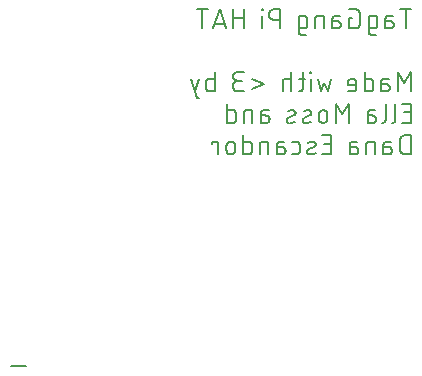
<source format=gbr>
G04 EAGLE Gerber RS-274X export*
G75*
%MOIN*%
%FSLAX34Y34*%
%LPD*%
%INSilkscreen Bottom*%
%IPPOS*%
%AMOC8*
5,1,8,0,0,1.08239X$1,22.5*%
G01*
%ADD10C,0.006000*%
%ADD11C,0.008000*%


D10*
X20492Y13880D02*
X20492Y14520D01*
X20670Y14520D02*
X20314Y14520D01*
X19980Y14129D02*
X19820Y14129D01*
X19980Y14128D02*
X20000Y14126D01*
X20020Y14121D01*
X20039Y14113D01*
X20056Y14102D01*
X20071Y14088D01*
X20084Y14072D01*
X20094Y14054D01*
X20100Y14034D01*
X20104Y14014D01*
X20104Y13994D01*
X20100Y13974D01*
X20094Y13954D01*
X20084Y13936D01*
X20071Y13920D01*
X20056Y13906D01*
X20039Y13895D01*
X20020Y13887D01*
X20000Y13882D01*
X19980Y13880D01*
X19820Y13880D01*
X19820Y14200D01*
X19819Y14200D02*
X19821Y14219D01*
X19825Y14237D01*
X19833Y14254D01*
X19844Y14269D01*
X19857Y14282D01*
X19873Y14293D01*
X19889Y14301D01*
X19907Y14305D01*
X19926Y14307D01*
X20068Y14307D01*
X19443Y13880D02*
X19266Y13880D01*
X19443Y13880D02*
X19462Y13882D01*
X19480Y13886D01*
X19497Y13894D01*
X19512Y13905D01*
X19525Y13918D01*
X19536Y13934D01*
X19544Y13950D01*
X19548Y13968D01*
X19550Y13987D01*
X19550Y14200D01*
X19548Y14219D01*
X19544Y14237D01*
X19536Y14254D01*
X19525Y14269D01*
X19512Y14282D01*
X19497Y14293D01*
X19480Y14301D01*
X19462Y14305D01*
X19443Y14307D01*
X19266Y14307D01*
X19266Y13773D01*
X19265Y13773D02*
X19267Y13754D01*
X19271Y13736D01*
X19279Y13720D01*
X19290Y13704D01*
X19303Y13691D01*
X19319Y13680D01*
X19335Y13672D01*
X19353Y13668D01*
X19372Y13666D01*
X19372Y13667D02*
X19515Y13667D01*
X18718Y14236D02*
X18612Y14236D01*
X18612Y13880D01*
X18825Y13880D01*
X18847Y13882D01*
X18869Y13887D01*
X18889Y13895D01*
X18908Y13907D01*
X18925Y13922D01*
X18940Y13939D01*
X18952Y13958D01*
X18960Y13978D01*
X18965Y14000D01*
X18967Y14022D01*
X18967Y14378D01*
X18965Y14400D01*
X18960Y14422D01*
X18952Y14442D01*
X18940Y14461D01*
X18925Y14478D01*
X18908Y14493D01*
X18889Y14505D01*
X18869Y14513D01*
X18847Y14518D01*
X18825Y14520D01*
X18612Y14520D01*
X18215Y14129D02*
X18055Y14129D01*
X18215Y14128D02*
X18235Y14126D01*
X18255Y14121D01*
X18274Y14113D01*
X18291Y14102D01*
X18306Y14088D01*
X18319Y14072D01*
X18329Y14054D01*
X18335Y14034D01*
X18339Y14014D01*
X18339Y13994D01*
X18335Y13974D01*
X18329Y13954D01*
X18319Y13936D01*
X18306Y13920D01*
X18291Y13906D01*
X18274Y13895D01*
X18255Y13887D01*
X18235Y13882D01*
X18215Y13880D01*
X18055Y13880D01*
X18055Y14200D01*
X18057Y14219D01*
X18061Y14237D01*
X18069Y14254D01*
X18080Y14269D01*
X18093Y14282D01*
X18109Y14293D01*
X18125Y14301D01*
X18143Y14305D01*
X18162Y14307D01*
X18304Y14307D01*
X17763Y14307D02*
X17763Y13880D01*
X17763Y14307D02*
X17585Y14307D01*
X17566Y14305D01*
X17548Y14301D01*
X17532Y14293D01*
X17516Y14282D01*
X17503Y14269D01*
X17492Y14254D01*
X17484Y14237D01*
X17480Y14219D01*
X17478Y14200D01*
X17478Y13880D01*
X17105Y13880D02*
X16927Y13880D01*
X17105Y13880D02*
X17124Y13882D01*
X17142Y13886D01*
X17159Y13894D01*
X17174Y13905D01*
X17187Y13918D01*
X17198Y13934D01*
X17206Y13950D01*
X17210Y13968D01*
X17212Y13987D01*
X17212Y14200D01*
X17210Y14219D01*
X17206Y14237D01*
X17198Y14254D01*
X17187Y14269D01*
X17174Y14282D01*
X17159Y14293D01*
X17142Y14301D01*
X17124Y14305D01*
X17105Y14307D01*
X16927Y14307D01*
X16927Y13773D01*
X16929Y13754D01*
X16933Y13736D01*
X16941Y13720D01*
X16952Y13704D01*
X16965Y13691D01*
X16981Y13680D01*
X16997Y13672D01*
X17015Y13668D01*
X17034Y13666D01*
X17034Y13667D02*
X17176Y13667D01*
X16292Y13880D02*
X16292Y14520D01*
X16115Y14520D01*
X16090Y14518D01*
X16065Y14513D01*
X16041Y14504D01*
X16019Y14492D01*
X15998Y14477D01*
X15980Y14459D01*
X15965Y14438D01*
X15953Y14416D01*
X15944Y14392D01*
X15939Y14367D01*
X15937Y14342D01*
X15939Y14317D01*
X15944Y14292D01*
X15953Y14268D01*
X15965Y14246D01*
X15980Y14225D01*
X15998Y14207D01*
X16019Y14192D01*
X16041Y14180D01*
X16065Y14171D01*
X16090Y14166D01*
X16115Y14164D01*
X16292Y14164D01*
X15713Y14307D02*
X15713Y13880D01*
X15730Y14484D02*
X15730Y14520D01*
X15695Y14520D01*
X15695Y14484D01*
X15730Y14484D01*
X15111Y14520D02*
X15111Y13880D01*
X15111Y14236D02*
X14755Y14236D01*
X14755Y14520D02*
X14755Y13880D01*
X14511Y13880D02*
X14297Y14520D01*
X14084Y13880D01*
X14137Y14040D02*
X14457Y14040D01*
X13723Y13880D02*
X13723Y14520D01*
X13901Y14520D02*
X13545Y14520D01*
X20670Y12420D02*
X20670Y11780D01*
X20457Y12064D02*
X20670Y12420D01*
X20457Y12064D02*
X20243Y12420D01*
X20243Y11780D01*
X19841Y12029D02*
X19681Y12029D01*
X19841Y12028D02*
X19861Y12026D01*
X19881Y12021D01*
X19900Y12013D01*
X19917Y12002D01*
X19932Y11988D01*
X19945Y11972D01*
X19955Y11954D01*
X19961Y11934D01*
X19965Y11914D01*
X19965Y11894D01*
X19961Y11874D01*
X19955Y11854D01*
X19945Y11836D01*
X19932Y11820D01*
X19917Y11806D01*
X19900Y11795D01*
X19881Y11787D01*
X19861Y11782D01*
X19841Y11780D01*
X19681Y11780D01*
X19681Y12100D01*
X19683Y12119D01*
X19687Y12137D01*
X19695Y12154D01*
X19706Y12169D01*
X19719Y12182D01*
X19735Y12193D01*
X19751Y12201D01*
X19769Y12205D01*
X19788Y12207D01*
X19930Y12207D01*
X19128Y12420D02*
X19128Y11780D01*
X19305Y11780D01*
X19324Y11782D01*
X19342Y11786D01*
X19359Y11794D01*
X19374Y11805D01*
X19387Y11818D01*
X19398Y11834D01*
X19406Y11850D01*
X19410Y11868D01*
X19412Y11887D01*
X19412Y12100D01*
X19410Y12119D01*
X19406Y12137D01*
X19398Y12154D01*
X19387Y12169D01*
X19374Y12182D01*
X19359Y12193D01*
X19342Y12201D01*
X19324Y12205D01*
X19305Y12207D01*
X19128Y12207D01*
X18749Y11780D02*
X18571Y11780D01*
X18749Y11780D02*
X18768Y11782D01*
X18786Y11786D01*
X18803Y11794D01*
X18818Y11805D01*
X18831Y11818D01*
X18842Y11834D01*
X18850Y11850D01*
X18854Y11868D01*
X18856Y11887D01*
X18855Y11887D02*
X18855Y12064D01*
X18853Y12086D01*
X18848Y12108D01*
X18840Y12128D01*
X18828Y12147D01*
X18813Y12164D01*
X18796Y12179D01*
X18777Y12191D01*
X18757Y12199D01*
X18735Y12204D01*
X18713Y12206D01*
X18691Y12204D01*
X18669Y12199D01*
X18649Y12191D01*
X18630Y12179D01*
X18613Y12164D01*
X18598Y12147D01*
X18586Y12128D01*
X18578Y12108D01*
X18573Y12086D01*
X18571Y12064D01*
X18571Y11993D01*
X18855Y11993D01*
X18003Y12207D02*
X17897Y11780D01*
X17790Y12064D01*
X17683Y11780D01*
X17577Y12207D01*
X17339Y12207D02*
X17339Y11780D01*
X17356Y12384D02*
X17356Y12420D01*
X17321Y12420D01*
X17321Y12384D01*
X17356Y12384D01*
X17142Y12207D02*
X16929Y12207D01*
X17071Y12420D02*
X17071Y11887D01*
X17069Y11868D01*
X17065Y11850D01*
X17057Y11834D01*
X17046Y11818D01*
X17033Y11805D01*
X17018Y11794D01*
X17001Y11786D01*
X16983Y11782D01*
X16964Y11780D01*
X16929Y11780D01*
X16681Y11780D02*
X16681Y12420D01*
X16681Y12207D02*
X16503Y12207D01*
X16484Y12205D01*
X16466Y12201D01*
X16450Y12193D01*
X16434Y12182D01*
X16421Y12169D01*
X16410Y12154D01*
X16402Y12137D01*
X16398Y12119D01*
X16396Y12100D01*
X16396Y11780D01*
X15788Y12029D02*
X15361Y12207D01*
X15361Y11851D02*
X15788Y12029D01*
X15096Y11780D02*
X14918Y11780D01*
X14893Y11782D01*
X14868Y11787D01*
X14844Y11796D01*
X14822Y11808D01*
X14801Y11823D01*
X14783Y11841D01*
X14768Y11862D01*
X14756Y11884D01*
X14747Y11908D01*
X14742Y11933D01*
X14740Y11958D01*
X14742Y11983D01*
X14747Y12008D01*
X14756Y12032D01*
X14768Y12054D01*
X14783Y12075D01*
X14801Y12093D01*
X14822Y12108D01*
X14844Y12120D01*
X14868Y12129D01*
X14893Y12134D01*
X14918Y12136D01*
X14882Y12420D02*
X15096Y12420D01*
X14882Y12420D02*
X14860Y12418D01*
X14838Y12413D01*
X14818Y12405D01*
X14799Y12393D01*
X14782Y12378D01*
X14767Y12361D01*
X14755Y12342D01*
X14747Y12322D01*
X14742Y12300D01*
X14740Y12278D01*
X14742Y12256D01*
X14747Y12234D01*
X14755Y12214D01*
X14767Y12195D01*
X14782Y12178D01*
X14799Y12163D01*
X14818Y12151D01*
X14838Y12143D01*
X14860Y12138D01*
X14882Y12136D01*
X15025Y12136D01*
X14134Y12420D02*
X14134Y11780D01*
X13957Y11780D01*
X13938Y11782D01*
X13920Y11786D01*
X13904Y11794D01*
X13888Y11805D01*
X13875Y11818D01*
X13864Y11833D01*
X13856Y11850D01*
X13852Y11868D01*
X13850Y11887D01*
X13850Y12100D01*
X13852Y12119D01*
X13856Y12137D01*
X13864Y12154D01*
X13875Y12169D01*
X13888Y12182D01*
X13904Y12193D01*
X13920Y12201D01*
X13938Y12205D01*
X13957Y12207D01*
X14134Y12207D01*
X13624Y11567D02*
X13553Y11567D01*
X13340Y12207D01*
X13624Y12207D02*
X13482Y11780D01*
X20386Y10730D02*
X20670Y10730D01*
X20670Y11370D01*
X20386Y11370D01*
X20457Y11086D02*
X20670Y11086D01*
X20154Y10837D02*
X20154Y11370D01*
X20155Y10837D02*
X20153Y10818D01*
X20149Y10800D01*
X20141Y10784D01*
X20130Y10768D01*
X20117Y10755D01*
X20102Y10744D01*
X20085Y10736D01*
X20067Y10732D01*
X20048Y10730D01*
X19826Y10837D02*
X19826Y11370D01*
X19827Y10837D02*
X19825Y10818D01*
X19821Y10800D01*
X19813Y10784D01*
X19802Y10768D01*
X19789Y10755D01*
X19774Y10744D01*
X19757Y10736D01*
X19739Y10732D01*
X19720Y10730D01*
X19386Y10979D02*
X19226Y10979D01*
X19386Y10978D02*
X19406Y10976D01*
X19426Y10971D01*
X19445Y10963D01*
X19462Y10952D01*
X19477Y10938D01*
X19490Y10922D01*
X19500Y10904D01*
X19506Y10884D01*
X19510Y10864D01*
X19510Y10844D01*
X19506Y10824D01*
X19500Y10804D01*
X19490Y10786D01*
X19477Y10770D01*
X19462Y10756D01*
X19445Y10745D01*
X19426Y10737D01*
X19406Y10732D01*
X19386Y10730D01*
X19226Y10730D01*
X19226Y11050D01*
X19225Y11050D02*
X19227Y11069D01*
X19231Y11087D01*
X19239Y11104D01*
X19250Y11119D01*
X19263Y11132D01*
X19279Y11143D01*
X19295Y11151D01*
X19313Y11155D01*
X19332Y11157D01*
X19475Y11157D01*
X18594Y11370D02*
X18594Y10730D01*
X18381Y11014D02*
X18594Y11370D01*
X18381Y11014D02*
X18167Y11370D01*
X18167Y10730D01*
X17887Y10872D02*
X17887Y11014D01*
X17885Y11036D01*
X17880Y11058D01*
X17872Y11078D01*
X17860Y11097D01*
X17845Y11114D01*
X17828Y11129D01*
X17809Y11141D01*
X17789Y11149D01*
X17767Y11154D01*
X17745Y11156D01*
X17723Y11154D01*
X17701Y11149D01*
X17681Y11141D01*
X17662Y11129D01*
X17645Y11114D01*
X17630Y11097D01*
X17618Y11078D01*
X17610Y11058D01*
X17605Y11036D01*
X17603Y11014D01*
X17602Y11014D02*
X17602Y10872D01*
X17603Y10872D02*
X17605Y10850D01*
X17610Y10828D01*
X17618Y10808D01*
X17630Y10789D01*
X17645Y10772D01*
X17662Y10757D01*
X17681Y10745D01*
X17701Y10737D01*
X17723Y10732D01*
X17745Y10730D01*
X17767Y10732D01*
X17789Y10737D01*
X17809Y10745D01*
X17828Y10757D01*
X17845Y10772D01*
X17860Y10789D01*
X17872Y10808D01*
X17880Y10828D01*
X17885Y10850D01*
X17887Y10872D01*
X17300Y10979D02*
X17122Y10908D01*
X17300Y10979D02*
X17316Y10987D01*
X17331Y10998D01*
X17342Y11012D01*
X17351Y11028D01*
X17356Y11046D01*
X17358Y11064D01*
X17356Y11082D01*
X17351Y11099D01*
X17342Y11115D01*
X17331Y11129D01*
X17316Y11141D01*
X17300Y11149D01*
X17283Y11154D01*
X17265Y11156D01*
X17264Y11157D02*
X17231Y11155D01*
X17199Y11151D01*
X17166Y11143D01*
X17135Y11134D01*
X17104Y11121D01*
X17123Y10907D02*
X17107Y10899D01*
X17092Y10888D01*
X17081Y10874D01*
X17072Y10858D01*
X17067Y10840D01*
X17065Y10822D01*
X17067Y10804D01*
X17072Y10787D01*
X17081Y10771D01*
X17092Y10757D01*
X17107Y10745D01*
X17123Y10737D01*
X17140Y10732D01*
X17158Y10730D01*
X17197Y10732D01*
X17237Y10736D01*
X17276Y10744D01*
X17315Y10753D01*
X17353Y10766D01*
X16767Y10979D02*
X16589Y10908D01*
X16767Y10979D02*
X16783Y10987D01*
X16798Y10998D01*
X16809Y11012D01*
X16818Y11028D01*
X16823Y11046D01*
X16825Y11064D01*
X16823Y11082D01*
X16818Y11099D01*
X16809Y11115D01*
X16798Y11129D01*
X16783Y11141D01*
X16767Y11149D01*
X16750Y11154D01*
X16732Y11156D01*
X16731Y11157D02*
X16698Y11155D01*
X16666Y11151D01*
X16633Y11143D01*
X16602Y11134D01*
X16571Y11121D01*
X16589Y10907D02*
X16573Y10899D01*
X16558Y10888D01*
X16547Y10874D01*
X16538Y10858D01*
X16533Y10840D01*
X16531Y10822D01*
X16533Y10804D01*
X16538Y10787D01*
X16547Y10771D01*
X16558Y10757D01*
X16573Y10745D01*
X16589Y10737D01*
X16606Y10732D01*
X16624Y10730D01*
X16625Y10730D02*
X16664Y10732D01*
X16704Y10736D01*
X16743Y10744D01*
X16782Y10753D01*
X16820Y10766D01*
X15837Y10979D02*
X15677Y10979D01*
X15837Y10978D02*
X15857Y10976D01*
X15877Y10971D01*
X15896Y10963D01*
X15913Y10952D01*
X15928Y10938D01*
X15941Y10922D01*
X15951Y10904D01*
X15957Y10884D01*
X15961Y10864D01*
X15961Y10844D01*
X15957Y10824D01*
X15951Y10804D01*
X15941Y10786D01*
X15928Y10770D01*
X15913Y10756D01*
X15896Y10745D01*
X15877Y10737D01*
X15857Y10732D01*
X15837Y10730D01*
X15677Y10730D01*
X15677Y11050D01*
X15679Y11069D01*
X15683Y11087D01*
X15691Y11104D01*
X15702Y11119D01*
X15715Y11132D01*
X15731Y11143D01*
X15747Y11151D01*
X15765Y11155D01*
X15784Y11157D01*
X15926Y11157D01*
X15384Y11157D02*
X15384Y10730D01*
X15384Y11157D02*
X15206Y11157D01*
X15187Y11155D01*
X15169Y11151D01*
X15153Y11143D01*
X15137Y11132D01*
X15124Y11119D01*
X15113Y11104D01*
X15105Y11087D01*
X15101Y11069D01*
X15099Y11050D01*
X15100Y11050D02*
X15100Y10730D01*
X14549Y10730D02*
X14549Y11370D01*
X14549Y10730D02*
X14727Y10730D01*
X14746Y10732D01*
X14764Y10736D01*
X14781Y10744D01*
X14796Y10755D01*
X14809Y10768D01*
X14820Y10784D01*
X14828Y10800D01*
X14832Y10818D01*
X14834Y10837D01*
X14833Y10837D02*
X14833Y11050D01*
X14834Y11050D02*
X14832Y11069D01*
X14828Y11087D01*
X14820Y11104D01*
X14809Y11119D01*
X14796Y11132D01*
X14781Y11143D01*
X14764Y11151D01*
X14746Y11155D01*
X14727Y11157D01*
X14549Y11157D01*
X20670Y10320D02*
X20670Y9680D01*
X20670Y10320D02*
X20492Y10320D01*
X20467Y10318D01*
X20442Y10313D01*
X20418Y10304D01*
X20396Y10292D01*
X20375Y10277D01*
X20357Y10259D01*
X20342Y10238D01*
X20330Y10216D01*
X20321Y10192D01*
X20316Y10167D01*
X20314Y10142D01*
X20314Y9858D01*
X20316Y9833D01*
X20321Y9808D01*
X20330Y9784D01*
X20342Y9762D01*
X20357Y9741D01*
X20375Y9723D01*
X20396Y9708D01*
X20418Y9696D01*
X20442Y9687D01*
X20467Y9682D01*
X20492Y9680D01*
X20670Y9680D01*
X19918Y9929D02*
X19758Y9929D01*
X19918Y9928D02*
X19938Y9926D01*
X19958Y9921D01*
X19977Y9913D01*
X19994Y9902D01*
X20009Y9888D01*
X20022Y9872D01*
X20032Y9854D01*
X20038Y9834D01*
X20042Y9814D01*
X20042Y9794D01*
X20038Y9774D01*
X20032Y9754D01*
X20022Y9736D01*
X20009Y9720D01*
X19994Y9706D01*
X19977Y9695D01*
X19958Y9687D01*
X19938Y9682D01*
X19918Y9680D01*
X19758Y9680D01*
X19758Y10000D01*
X19760Y10019D01*
X19764Y10037D01*
X19772Y10054D01*
X19783Y10069D01*
X19796Y10082D01*
X19812Y10093D01*
X19828Y10101D01*
X19846Y10105D01*
X19865Y10107D01*
X20007Y10107D01*
X19465Y10107D02*
X19465Y9680D01*
X19465Y10107D02*
X19287Y10107D01*
X19268Y10105D01*
X19250Y10101D01*
X19234Y10093D01*
X19218Y10082D01*
X19205Y10069D01*
X19194Y10054D01*
X19186Y10037D01*
X19182Y10019D01*
X19180Y10000D01*
X19181Y10000D02*
X19181Y9680D01*
X18790Y9929D02*
X18630Y9929D01*
X18790Y9928D02*
X18810Y9926D01*
X18830Y9921D01*
X18849Y9913D01*
X18866Y9902D01*
X18881Y9888D01*
X18894Y9872D01*
X18904Y9854D01*
X18910Y9834D01*
X18914Y9814D01*
X18914Y9794D01*
X18910Y9774D01*
X18904Y9754D01*
X18894Y9736D01*
X18881Y9720D01*
X18866Y9706D01*
X18849Y9695D01*
X18830Y9687D01*
X18810Y9682D01*
X18790Y9680D01*
X18630Y9680D01*
X18630Y10000D01*
X18629Y10000D02*
X18631Y10019D01*
X18635Y10037D01*
X18643Y10054D01*
X18654Y10069D01*
X18667Y10082D01*
X18683Y10093D01*
X18699Y10101D01*
X18717Y10105D01*
X18736Y10107D01*
X18879Y10107D01*
X18002Y9680D02*
X17718Y9680D01*
X18002Y9680D02*
X18002Y10320D01*
X17718Y10320D01*
X17789Y10036D02*
X18002Y10036D01*
X17443Y9929D02*
X17265Y9858D01*
X17442Y9929D02*
X17458Y9937D01*
X17473Y9948D01*
X17484Y9962D01*
X17493Y9978D01*
X17498Y9996D01*
X17500Y10014D01*
X17498Y10032D01*
X17493Y10049D01*
X17484Y10065D01*
X17473Y10079D01*
X17458Y10091D01*
X17442Y10099D01*
X17425Y10104D01*
X17407Y10106D01*
X17407Y10107D02*
X17374Y10105D01*
X17342Y10101D01*
X17309Y10093D01*
X17278Y10084D01*
X17247Y10071D01*
X17265Y9857D02*
X17249Y9849D01*
X17234Y9838D01*
X17223Y9824D01*
X17214Y9808D01*
X17209Y9790D01*
X17207Y9772D01*
X17209Y9754D01*
X17214Y9737D01*
X17223Y9721D01*
X17234Y9707D01*
X17249Y9695D01*
X17265Y9687D01*
X17282Y9682D01*
X17300Y9680D01*
X17301Y9680D02*
X17340Y9682D01*
X17380Y9686D01*
X17419Y9694D01*
X17458Y9703D01*
X17496Y9716D01*
X16855Y9680D02*
X16713Y9680D01*
X16855Y9680D02*
X16874Y9682D01*
X16892Y9686D01*
X16909Y9694D01*
X16924Y9705D01*
X16937Y9718D01*
X16948Y9734D01*
X16956Y9750D01*
X16960Y9768D01*
X16962Y9787D01*
X16962Y10000D01*
X16960Y10019D01*
X16956Y10037D01*
X16948Y10054D01*
X16937Y10069D01*
X16924Y10082D01*
X16909Y10093D01*
X16892Y10101D01*
X16874Y10105D01*
X16855Y10107D01*
X16713Y10107D01*
X16369Y9929D02*
X16209Y9929D01*
X16369Y9928D02*
X16389Y9926D01*
X16409Y9921D01*
X16428Y9913D01*
X16445Y9902D01*
X16460Y9888D01*
X16473Y9872D01*
X16483Y9854D01*
X16489Y9834D01*
X16493Y9814D01*
X16493Y9794D01*
X16489Y9774D01*
X16483Y9754D01*
X16473Y9736D01*
X16460Y9720D01*
X16445Y9706D01*
X16428Y9695D01*
X16409Y9687D01*
X16389Y9682D01*
X16369Y9680D01*
X16209Y9680D01*
X16209Y10000D01*
X16211Y10019D01*
X16215Y10037D01*
X16223Y10054D01*
X16234Y10069D01*
X16247Y10082D01*
X16263Y10093D01*
X16279Y10101D01*
X16297Y10105D01*
X16316Y10107D01*
X16458Y10107D01*
X15916Y10107D02*
X15916Y9680D01*
X15916Y10107D02*
X15739Y10107D01*
X15720Y10105D01*
X15702Y10101D01*
X15686Y10093D01*
X15670Y10082D01*
X15657Y10069D01*
X15646Y10054D01*
X15638Y10037D01*
X15634Y10019D01*
X15632Y10000D01*
X15632Y9680D01*
X15081Y9680D02*
X15081Y10320D01*
X15081Y9680D02*
X15259Y9680D01*
X15278Y9682D01*
X15296Y9686D01*
X15313Y9694D01*
X15328Y9705D01*
X15341Y9718D01*
X15352Y9734D01*
X15360Y9750D01*
X15364Y9768D01*
X15366Y9787D01*
X15365Y9787D02*
X15365Y10000D01*
X15366Y10000D02*
X15364Y10019D01*
X15360Y10037D01*
X15352Y10054D01*
X15341Y10069D01*
X15328Y10082D01*
X15313Y10093D01*
X15296Y10101D01*
X15278Y10105D01*
X15259Y10107D01*
X15081Y10107D01*
X14809Y9964D02*
X14809Y9822D01*
X14808Y9964D02*
X14806Y9986D01*
X14801Y10008D01*
X14793Y10028D01*
X14781Y10047D01*
X14766Y10064D01*
X14749Y10079D01*
X14730Y10091D01*
X14710Y10099D01*
X14688Y10104D01*
X14666Y10106D01*
X14644Y10104D01*
X14622Y10099D01*
X14602Y10091D01*
X14583Y10079D01*
X14566Y10064D01*
X14551Y10047D01*
X14539Y10028D01*
X14531Y10008D01*
X14526Y9986D01*
X14524Y9964D01*
X14524Y9822D01*
X14526Y9800D01*
X14531Y9778D01*
X14539Y9758D01*
X14551Y9739D01*
X14566Y9722D01*
X14583Y9707D01*
X14602Y9695D01*
X14622Y9687D01*
X14644Y9682D01*
X14666Y9680D01*
X14688Y9682D01*
X14710Y9687D01*
X14730Y9695D01*
X14749Y9707D01*
X14766Y9722D01*
X14781Y9739D01*
X14793Y9758D01*
X14801Y9778D01*
X14806Y9800D01*
X14808Y9822D01*
X14251Y9680D02*
X14251Y10107D01*
X14038Y10107D01*
X14038Y10036D01*
D11*
X7850Y2632D02*
X7350Y2632D01*
M02*

</source>
